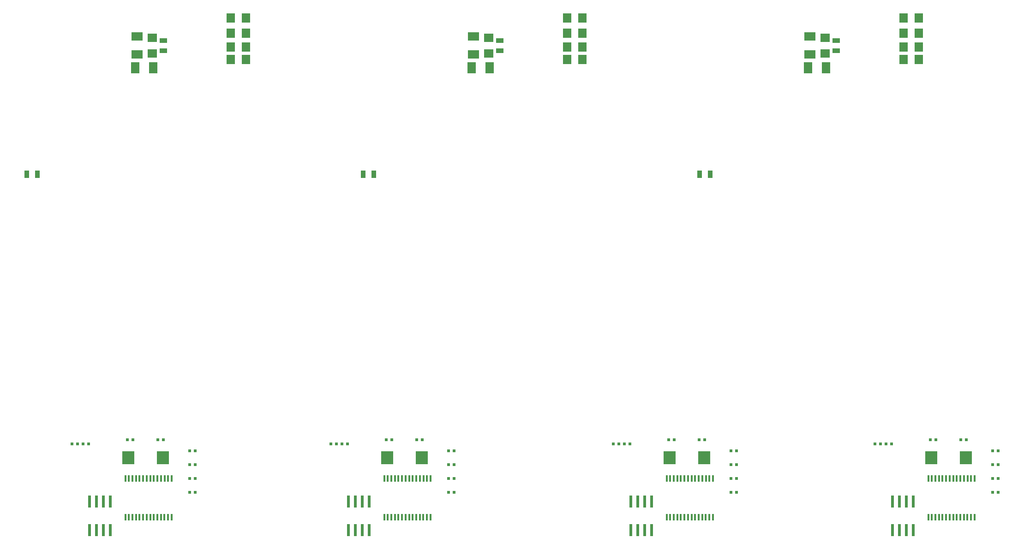
<source format=gtp>
G04 (created by PCBNEW-RS274X (2011-07-08)-stable) date Thu 21 Jul 2011 05:41:28 PM EDT*
G01*
G70*
G90*
%MOIN*%
G04 Gerber Fmt 3.4, Leading zero omitted, Abs format*
%FSLAX34Y34*%
G04 APERTURE LIST*
%ADD10C,0.006000*%
%ADD11R,0.062900X0.070900*%
%ADD12R,0.070900X0.062900*%
%ADD13R,0.035000X0.055000*%
%ADD14R,0.055000X0.035000*%
%ADD15R,0.060000X0.080000*%
%ADD16R,0.080000X0.060000*%
%ADD17R,0.086600X0.094500*%
%ADD18R,0.019700X0.019700*%
%ADD19R,0.023600X0.086600*%
%ADD20R,0.016000X0.050000*%
G04 APERTURE END LIST*
G54D10*
G54D11*
X36941Y-19200D03*
X38059Y-19200D03*
X36941Y-20300D03*
X38059Y-20300D03*
X36941Y-21300D03*
X38059Y-21300D03*
X36941Y-22200D03*
X38059Y-22200D03*
G54D12*
X31300Y-20641D03*
X31300Y-21759D03*
G54D13*
X22225Y-30500D03*
X22975Y-30500D03*
G54D14*
X32100Y-21575D03*
X32100Y-20825D03*
G54D15*
X31350Y-22800D03*
X30050Y-22800D03*
G54D16*
X30200Y-21850D03*
X30200Y-20550D03*
G54D11*
X85541Y-19200D03*
X86659Y-19200D03*
X85541Y-20300D03*
X86659Y-20300D03*
X85541Y-21300D03*
X86659Y-21300D03*
X85541Y-22200D03*
X86659Y-22200D03*
G54D12*
X79900Y-20641D03*
X79900Y-21759D03*
G54D13*
X70825Y-30500D03*
X71575Y-30500D03*
G54D14*
X80700Y-21575D03*
X80700Y-20825D03*
G54D15*
X79950Y-22800D03*
X78650Y-22800D03*
G54D16*
X78800Y-21850D03*
X78800Y-20550D03*
G54D11*
X61241Y-19200D03*
X62359Y-19200D03*
X61241Y-20300D03*
X62359Y-20300D03*
X61241Y-21300D03*
X62359Y-21300D03*
X61241Y-22200D03*
X62359Y-22200D03*
G54D12*
X55600Y-20641D03*
X55600Y-21759D03*
G54D13*
X46525Y-30500D03*
X47275Y-30500D03*
G54D14*
X56400Y-21575D03*
X56400Y-20825D03*
G54D15*
X55650Y-22800D03*
X54350Y-22800D03*
G54D16*
X54500Y-21850D03*
X54500Y-20550D03*
G54D17*
X32040Y-51000D03*
X29560Y-51000D03*
G54D18*
X33999Y-53500D03*
X34401Y-53500D03*
X33999Y-52500D03*
X34401Y-52500D03*
X33999Y-51500D03*
X34401Y-51500D03*
X33999Y-50500D03*
X34401Y-50500D03*
X25901Y-50000D03*
X25499Y-50000D03*
X29901Y-49700D03*
X29499Y-49700D03*
X31699Y-49700D03*
X32101Y-49700D03*
X26701Y-50000D03*
X26299Y-50000D03*
G54D19*
X28250Y-54176D03*
X27750Y-54176D03*
X27250Y-54176D03*
X26750Y-54176D03*
X26750Y-56223D03*
X27250Y-56223D03*
X27750Y-56223D03*
X28250Y-56223D03*
G54D20*
X29350Y-55300D03*
X29600Y-55300D03*
X29860Y-55300D03*
X30120Y-55300D03*
X30370Y-55300D03*
X30630Y-55300D03*
X30890Y-55300D03*
X31140Y-55300D03*
X31400Y-55300D03*
X31650Y-55300D03*
X31910Y-55300D03*
X32170Y-55300D03*
X32420Y-55300D03*
X32680Y-55300D03*
X32680Y-52500D03*
X32420Y-52500D03*
X32180Y-52500D03*
X31910Y-52500D03*
X31650Y-52500D03*
X31400Y-52500D03*
X31140Y-52500D03*
X30890Y-52500D03*
X30630Y-52500D03*
X30370Y-52500D03*
X30120Y-52500D03*
X29860Y-52500D03*
X29600Y-52500D03*
X29350Y-52500D03*
G54D17*
X90040Y-51000D03*
X87560Y-51000D03*
G54D18*
X91999Y-53500D03*
X92401Y-53500D03*
X91999Y-52500D03*
X92401Y-52500D03*
X91999Y-51500D03*
X92401Y-51500D03*
X91999Y-50500D03*
X92401Y-50500D03*
X83901Y-50000D03*
X83499Y-50000D03*
X87901Y-49700D03*
X87499Y-49700D03*
X89699Y-49700D03*
X90101Y-49700D03*
X84701Y-50000D03*
X84299Y-50000D03*
G54D19*
X86250Y-54176D03*
X85750Y-54176D03*
X85250Y-54176D03*
X84750Y-54176D03*
X84750Y-56223D03*
X85250Y-56223D03*
X85750Y-56223D03*
X86250Y-56223D03*
G54D20*
X87350Y-55300D03*
X87600Y-55300D03*
X87860Y-55300D03*
X88120Y-55300D03*
X88370Y-55300D03*
X88630Y-55300D03*
X88890Y-55300D03*
X89140Y-55300D03*
X89400Y-55300D03*
X89650Y-55300D03*
X89910Y-55300D03*
X90170Y-55300D03*
X90420Y-55300D03*
X90680Y-55300D03*
X90680Y-52500D03*
X90420Y-52500D03*
X90180Y-52500D03*
X89910Y-52500D03*
X89650Y-52500D03*
X89400Y-52500D03*
X89140Y-52500D03*
X88890Y-52500D03*
X88630Y-52500D03*
X88370Y-52500D03*
X88120Y-52500D03*
X87860Y-52500D03*
X87600Y-52500D03*
X87350Y-52500D03*
G54D17*
X71140Y-51000D03*
X68660Y-51000D03*
G54D18*
X73099Y-53500D03*
X73501Y-53500D03*
X73099Y-52500D03*
X73501Y-52500D03*
X73099Y-51500D03*
X73501Y-51500D03*
X73099Y-50500D03*
X73501Y-50500D03*
X65001Y-50000D03*
X64599Y-50000D03*
X69001Y-49700D03*
X68599Y-49700D03*
X70799Y-49700D03*
X71201Y-49700D03*
X65801Y-50000D03*
X65399Y-50000D03*
G54D19*
X67350Y-54176D03*
X66850Y-54176D03*
X66350Y-54176D03*
X65850Y-54176D03*
X65850Y-56223D03*
X66350Y-56223D03*
X66850Y-56223D03*
X67350Y-56223D03*
G54D20*
X68450Y-55300D03*
X68700Y-55300D03*
X68960Y-55300D03*
X69220Y-55300D03*
X69470Y-55300D03*
X69730Y-55300D03*
X69990Y-55300D03*
X70240Y-55300D03*
X70500Y-55300D03*
X70750Y-55300D03*
X71010Y-55300D03*
X71270Y-55300D03*
X71520Y-55300D03*
X71780Y-55300D03*
X71780Y-52500D03*
X71520Y-52500D03*
X71280Y-52500D03*
X71010Y-52500D03*
X70750Y-52500D03*
X70500Y-52500D03*
X70240Y-52500D03*
X69990Y-52500D03*
X69730Y-52500D03*
X69470Y-52500D03*
X69220Y-52500D03*
X68960Y-52500D03*
X68700Y-52500D03*
X68450Y-52500D03*
G54D17*
X50740Y-51000D03*
X48260Y-51000D03*
G54D18*
X52699Y-53500D03*
X53101Y-53500D03*
X52699Y-52500D03*
X53101Y-52500D03*
X52699Y-51500D03*
X53101Y-51500D03*
X52699Y-50500D03*
X53101Y-50500D03*
X44601Y-50000D03*
X44199Y-50000D03*
X48601Y-49700D03*
X48199Y-49700D03*
X50399Y-49700D03*
X50801Y-49700D03*
X45401Y-50000D03*
X44999Y-50000D03*
G54D19*
X46950Y-54176D03*
X46450Y-54176D03*
X45950Y-54176D03*
X45450Y-54176D03*
X45450Y-56223D03*
X45950Y-56223D03*
X46450Y-56223D03*
X46950Y-56223D03*
G54D20*
X48050Y-55300D03*
X48300Y-55300D03*
X48560Y-55300D03*
X48820Y-55300D03*
X49070Y-55300D03*
X49330Y-55300D03*
X49590Y-55300D03*
X49840Y-55300D03*
X50100Y-55300D03*
X50350Y-55300D03*
X50610Y-55300D03*
X50870Y-55300D03*
X51120Y-55300D03*
X51380Y-55300D03*
X51380Y-52500D03*
X51120Y-52500D03*
X50880Y-52500D03*
X50610Y-52500D03*
X50350Y-52500D03*
X50100Y-52500D03*
X49840Y-52500D03*
X49590Y-52500D03*
X49330Y-52500D03*
X49070Y-52500D03*
X48820Y-52500D03*
X48560Y-52500D03*
X48300Y-52500D03*
X48050Y-52500D03*
M02*

</source>
